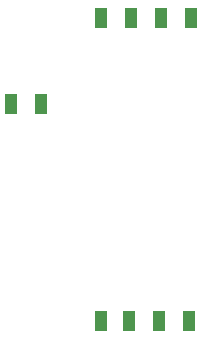
<source format=gbr>
G04 EAGLE Gerber RS-274X export*
G75*
%MOMM*%
%FSLAX34Y34*%
%LPD*%
%INSolderpaste Bottom*%
%IPPOS*%
%AMOC8*
5,1,8,0,0,1.08239X$1,22.5*%
G01*
%ADD10R,1.000000X1.750000*%


D10*
X90575Y925041D03*
X65175Y925041D03*
X39775Y925041D03*
X15575Y925041D03*
X91775Y1181441D03*
X66375Y1181441D03*
X40975Y1181441D03*
X15575Y1181441D03*
X-35225Y1108141D03*
X-60625Y1108141D03*
M02*

</source>
